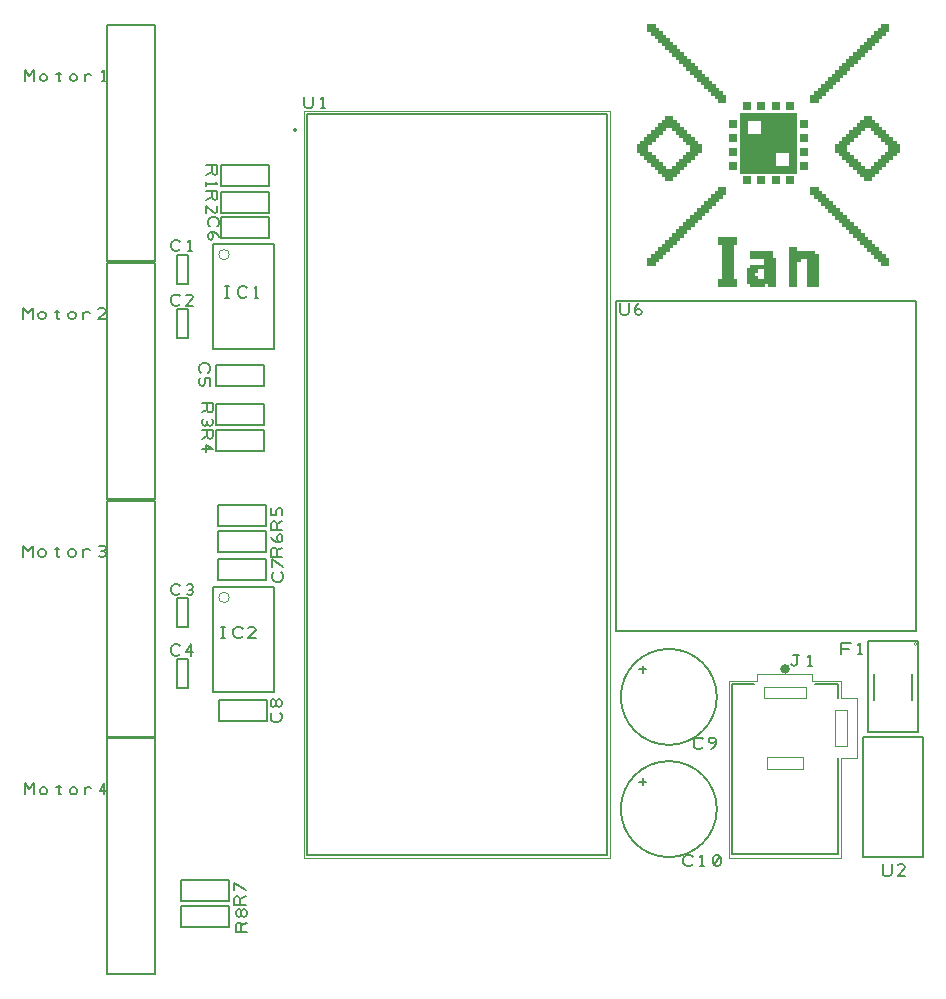
<source format=gbr>
G04 DesignSpark PCB Gerber Version 10.0 Build 5299*
G04 #@! TF.Part,Single*
G04 #@! TF.FileFunction,Legend,Top*
G04 #@! TF.FilePolarity,Positive*
%FSLAX35Y35*%
%MOIN*%
%ADD21C,0.00001*%
%ADD96C,0.00000*%
%ADD94C,0.00197*%
%ADD20C,0.00500*%
%ADD95C,0.00787*%
%ADD93C,0.00800*%
%ADD97C,0.01575*%
G04 #@! TD.AperFunction*
X0Y0D02*
D02*
D20*
X1584Y180179D02*
Y183929D01*
X3147Y182054D01*
X4709Y183929D01*
Y180179D01*
X6584Y181117D02*
X6897Y180492D01*
X7522Y180179D01*
X8147D01*
X8772Y180492D01*
X9084Y181117D01*
Y181742D01*
X8772Y182367D01*
X8147Y182679D01*
X7522D01*
X6897Y182367D01*
X6584Y181742D01*
Y181117D01*
X12105Y182679D02*
X13563D01*
X12834Y183304D02*
Y180492D01*
X13147Y180179D01*
X13459D01*
X13772Y180492D01*
X16584Y181117D02*
X16897Y180492D01*
X17522Y180179D01*
X18147D01*
X18772Y180492D01*
X19084Y181117D01*
Y181742D01*
X18772Y182367D01*
X18147Y182679D01*
X17522D01*
X16897Y182367D01*
X16584Y181742D01*
Y181117D01*
X21584Y180179D02*
Y182679D01*
Y181742D02*
X21897Y182367D01*
X22522Y182679D01*
X23147D01*
X23772Y182367D01*
X26897Y180492D02*
X27522Y180179D01*
X28147D01*
X28772Y180492D01*
X29084Y181117D01*
X28772Y181742D01*
X28147Y182054D01*
X27522D01*
X28147D02*
X28772Y182367D01*
X29084Y182992D01*
X28772Y183617D01*
X28147Y183929D01*
X27522D01*
X26897Y183617D01*
X1584Y259411D02*
Y263161D01*
X3147Y261287D01*
X4709Y263161D01*
Y259411D01*
X6584Y260349D02*
X6897Y259724D01*
X7522Y259411D01*
X8147D01*
X8772Y259724D01*
X9084Y260349D01*
Y260974D01*
X8772Y261599D01*
X8147Y261911D01*
X7522D01*
X6897Y261599D01*
X6584Y260974D01*
Y260349D01*
X12105Y261911D02*
X13563D01*
X12834Y262537D02*
Y259724D01*
X13147Y259411D01*
X13459D01*
X13772Y259724D01*
X16584Y260349D02*
X16897Y259724D01*
X17522Y259411D01*
X18147D01*
X18772Y259724D01*
X19084Y260349D01*
Y260974D01*
X18772Y261599D01*
X18147Y261911D01*
X17522D01*
X16897Y261599D01*
X16584Y260974D01*
Y260349D01*
X21584Y259411D02*
Y261911D01*
Y260974D02*
X21897Y261599D01*
X22522Y261911D01*
X23147D01*
X23772Y261599D01*
X29084Y259411D02*
X26584D01*
X28772Y261599D01*
X29084Y262224D01*
X28772Y262849D01*
X28147Y263161D01*
X27209D01*
X26584Y262849D01*
X2076Y100947D02*
Y104697D01*
X3639Y102822D01*
X5202Y104697D01*
Y100947D01*
X7076Y101885D02*
X7389Y101259D01*
X8014Y100947D01*
X8639D01*
X9264Y101259D01*
X9576Y101885D01*
Y102509D01*
X9264Y103135D01*
X8639Y103447D01*
X8014D01*
X7389Y103135D01*
X7076Y102509D01*
Y101885D01*
X12597Y103447D02*
X14056D01*
X13326Y104072D02*
Y101259D01*
X13639Y100947D01*
X13952D01*
X14264Y101259D01*
X17076Y101885D02*
X17389Y101259D01*
X18014Y100947D01*
X18639D01*
X19264Y101259D01*
X19576Y101885D01*
Y102509D01*
X19264Y103135D01*
X18639Y103447D01*
X18014D01*
X17389Y103135D01*
X17076Y102509D01*
Y101885D01*
X22076Y100947D02*
Y103447D01*
Y102509D02*
X22389Y103135D01*
X23014Y103447D01*
X23639D01*
X24264Y103135D01*
X28639Y100947D02*
Y104697D01*
X27076Y102197D01*
X29576D01*
X2076Y338644D02*
Y342394D01*
X3639Y340519D01*
X5202Y342394D01*
Y338644D01*
X7076Y339581D02*
X7389Y338956D01*
X8014Y338644D01*
X8639D01*
X9264Y338956D01*
X9576Y339581D01*
Y340206D01*
X9264Y340831D01*
X8639Y341144D01*
X8014D01*
X7389Y340831D01*
X7076Y340206D01*
Y339581D01*
X12597Y341144D02*
X14056D01*
X13326Y341769D02*
Y338956D01*
X13639Y338644D01*
X13952D01*
X14264Y338956D01*
X17076Y339581D02*
X17389Y338956D01*
X18014Y338644D01*
X18639D01*
X19264Y338956D01*
X19576Y339581D01*
Y340206D01*
X19264Y340831D01*
X18639Y341144D01*
X18014D01*
X17389Y340831D01*
X17076Y340206D01*
Y339581D01*
X22076Y338644D02*
Y341144D01*
Y340206D02*
X22389Y340831D01*
X23014Y341144D01*
X23639D01*
X24264Y340831D01*
X27702Y338644D02*
X28952D01*
X28326D02*
Y342394D01*
X27702Y341769D01*
X29635Y40954D02*
X45383D01*
Y119694D01*
X29635D01*
Y40954D01*
Y120187D02*
X45383D01*
Y198927D01*
X29635D01*
Y120187D01*
Y199419D02*
X45383D01*
Y278159D01*
X29635D01*
Y199419D01*
Y278651D02*
X45383D01*
Y357391D01*
X29635D01*
Y278651D01*
X53922Y147832D02*
X53609Y147519D01*
X52984Y147207D01*
X52047D01*
X51422Y147519D01*
X51109Y147832D01*
X50797Y148457D01*
Y149707D01*
X51109Y150332D01*
X51422Y150644D01*
X52047Y150957D01*
X52984D01*
X53609Y150644D01*
X53922Y150332D01*
X57359Y147207D02*
Y150957D01*
X55797Y148457D01*
X58297D01*
X53922Y168009D02*
X53609Y167696D01*
X52984Y167384D01*
X52047D01*
X51422Y167696D01*
X51109Y168009D01*
X50797Y168634D01*
Y169884D01*
X51109Y170509D01*
X51422Y170822D01*
X52047Y171134D01*
X52984D01*
X53609Y170822D01*
X53922Y170509D01*
X56109Y167696D02*
X56734Y167384D01*
X57359D01*
X57984Y167696D01*
X58297Y168322D01*
X57984Y168946D01*
X57359Y169259D01*
X56734D01*
X57359D02*
X57984Y169572D01*
X58297Y170196D01*
X57984Y170822D01*
X57359Y171134D01*
X56734D01*
X56109Y170822D01*
X53922Y264466D02*
X53609Y264153D01*
X52984Y263841D01*
X52047D01*
X51422Y264153D01*
X51109Y264466D01*
X50797Y265091D01*
Y266341D01*
X51109Y266966D01*
X51422Y267278D01*
X52047Y267591D01*
X52984D01*
X53609Y267278D01*
X53922Y266966D01*
X58297Y263841D02*
X55797D01*
X57984Y266028D01*
X58297Y266653D01*
X57984Y267278D01*
X57359Y267591D01*
X56422D01*
X55797Y267278D01*
X53922Y282674D02*
X53609Y282362D01*
X52984Y282049D01*
X52047D01*
X51422Y282362D01*
X51109Y282674D01*
X50797Y283299D01*
Y284549D01*
X51109Y285174D01*
X51422Y285487D01*
X52047Y285799D01*
X52984D01*
X53609Y285487D01*
X53922Y285174D01*
X56422Y282049D02*
X57672D01*
X57047D02*
Y285799D01*
X56422Y285174D01*
X54116Y56647D02*
X70116D01*
Y63647D01*
X54116D01*
Y56647D01*
Y65506D02*
X70116D01*
Y72506D01*
X54116D01*
Y65506D01*
X56486Y253133D02*
X52686D01*
Y262733D01*
X56486D01*
Y253133D01*
X56535Y271095D02*
X52735D01*
Y280695D01*
X56535D01*
Y271095D01*
X56634Y136548D02*
X52834D01*
Y146148D01*
X56634D01*
Y136548D01*
Y156725D02*
X52834D01*
Y166325D01*
X56634D01*
Y156725D01*
X60726Y241569D02*
X60413Y241882D01*
X60100Y242507D01*
Y243444D01*
X60413Y244069D01*
X60726Y244382D01*
X61350Y244694D01*
X62600D01*
X63226Y244382D01*
X63538Y244069D01*
X63850Y243444D01*
Y242507D01*
X63538Y241882D01*
X63226Y241569D01*
X60413Y239694D02*
X60100Y239069D01*
Y238132D01*
X60413Y237507D01*
X61038Y237194D01*
X61350D01*
X61976Y237507D01*
X62288Y238132D01*
Y239694D01*
X63850D01*
Y237194D01*
X61085Y222549D02*
X64835D01*
Y220361D01*
X64522Y219736D01*
X63897Y219424D01*
X63272Y219736D01*
X62960Y220361D01*
Y222549D01*
Y220361D02*
X61085Y219424D01*
Y215986D02*
X64835D01*
X62335Y217549D01*
Y215049D01*
X61085Y231407D02*
X64835D01*
Y229220D01*
X64522Y228594D01*
X63897Y228282D01*
X63272Y228594D01*
X62960Y229220D01*
Y231407D01*
Y229220D02*
X61085Y228282D01*
X61397Y226094D02*
X61085Y225470D01*
Y224844D01*
X61397Y224220D01*
X62022Y223907D01*
X62647Y224220D01*
X62960Y224844D01*
Y225470D01*
Y224844D02*
X63272Y224220D01*
X63897Y223907D01*
X64522Y224220D01*
X64835Y224844D01*
Y225470D01*
X64522Y226094D01*
X62561Y302273D02*
X66311D01*
Y300086D01*
X65999Y299461D01*
X65374Y299148D01*
X64749Y299461D01*
X64436Y300086D01*
Y302273D01*
Y300086D02*
X62561Y299148D01*
Y294773D02*
Y297273D01*
X64749Y295086D01*
X65374Y294773D01*
X65999Y295086D01*
X66311Y295711D01*
Y296648D01*
X65999Y297273D01*
X62561Y310639D02*
X66311D01*
Y308452D01*
X65999Y307827D01*
X65374Y307514D01*
X64749Y307827D01*
X64436Y308452D01*
Y310639D01*
Y308452D02*
X62561Y307514D01*
Y305014D02*
Y303764D01*
Y304389D02*
X66311D01*
X65686Y305014D01*
X63678Y290290D02*
X63366Y290602D01*
X63053Y291228D01*
Y292165D01*
X63366Y292790D01*
X63678Y293102D01*
X64303Y293415D01*
X65553D01*
X66178Y293102D01*
X66491Y292790D01*
X66803Y292165D01*
Y291228D01*
X66491Y290602D01*
X66178Y290290D01*
X63991Y288415D02*
X64616Y288102D01*
X64928Y287478D01*
Y286852D01*
X64616Y286228D01*
X63991Y285915D01*
X63366Y286228D01*
X63053Y286852D01*
Y287478D01*
X63366Y288102D01*
X63991Y288415D01*
X64928D01*
X65866Y288102D01*
X66491Y287478D01*
X66803Y286852D01*
X65927Y237257D02*
X81927D01*
Y244257D01*
X65927D01*
Y237257D01*
X66419Y181647D02*
X82419D01*
Y188647D01*
X66419D01*
Y181647D01*
Y190506D02*
X82419D01*
Y197506D01*
X66419D01*
Y190506D01*
X67482Y153112D02*
X68732D01*
X68107D02*
Y156862D01*
X67482D02*
X68732D01*
X74670Y153737D02*
X74357Y153425D01*
X73732Y153112D01*
X72795D01*
X72170Y153425D01*
X71857Y153737D01*
X71545Y154362D01*
Y155612D01*
X71857Y156237D01*
X72170Y156550D01*
X72795Y156862D01*
X73732D01*
X74357Y156550D01*
X74670Y156237D01*
X79045Y153112D02*
X76545D01*
X78732Y155300D01*
X79045Y155925D01*
X78732Y156550D01*
X78107Y156862D01*
X77170D01*
X76545Y156550D01*
X66911Y125545D02*
X82911D01*
Y132545D01*
X66911D01*
Y125545D01*
X68976Y266580D02*
X70226D01*
X69601D02*
Y270330D01*
X68976D02*
X70226D01*
X76163Y267206D02*
X75851Y266893D01*
X75226Y266580D01*
X74288D01*
X73663Y266893D01*
X73351Y267206D01*
X73038Y267830D01*
Y269080D01*
X73351Y269706D01*
X73663Y270018D01*
X74288Y270330D01*
X75226D01*
X75851Y270018D01*
X76163Y269706D01*
X78663Y266580D02*
X79913D01*
X79288D02*
Y270330D01*
X78663Y269706D01*
X75678Y64006D02*
X71928D01*
Y66193D01*
X72241Y66818D01*
X72866Y67131D01*
X73491Y66818D01*
X73803Y66193D01*
Y64006D01*
Y66193D02*
X75678Y67131D01*
Y69006D02*
X71928Y71506D01*
Y69006D01*
X76178Y55147D02*
X72428D01*
Y57335D01*
X72741Y57960D01*
X73366Y58272D01*
X73991Y57960D01*
X74303Y57335D01*
Y55147D01*
Y57335D02*
X76178Y58272D01*
X74303Y61085D02*
Y61710D01*
X73991Y62335D01*
X73366Y62647D01*
X72741Y62335D01*
X72428Y61710D01*
Y61085D01*
X72741Y60460D01*
X73366Y60147D01*
X73991Y60460D01*
X74303Y61085D01*
X74616Y60460D01*
X75241Y60147D01*
X75866Y60460D01*
X76178Y61085D01*
Y61710D01*
X75866Y62335D01*
X75241Y62647D01*
X74616Y62335D01*
X74303Y61710D01*
X81927Y222604D02*
X65927D01*
Y215604D01*
X81927D01*
Y222604D01*
Y230970D02*
X65927D01*
Y223970D01*
X81927D01*
Y230970D01*
X82419Y179297D02*
X66419D01*
Y172297D01*
X82419D01*
Y179297D01*
X83403Y301836D02*
X67403D01*
Y294836D01*
X83403D01*
Y301836D01*
Y310694D02*
X67403D01*
Y303694D01*
X83403D01*
Y310694D01*
X83584Y293470D02*
X67584D01*
Y286470D01*
X83584D01*
Y293470D01*
X87128Y128233D02*
X87441Y127920D01*
X87753Y127295D01*
Y126358D01*
X87441Y125733D01*
X87128Y125420D01*
X86503Y125108D01*
X85253D01*
X84628Y125420D01*
X84315Y125733D01*
X84003Y126358D01*
Y127295D01*
X84315Y127920D01*
X84628Y128233D01*
X85878Y131045D02*
Y131670D01*
X85565Y132295D01*
X84941Y132608D01*
X84315Y132295D01*
X84003Y131670D01*
Y131045D01*
X84315Y130420D01*
X84941Y130108D01*
X85565Y130420D01*
X85878Y131045D01*
X86191Y130420D01*
X86815Y130108D01*
X87441Y130420D01*
X87753Y131045D01*
Y131670D01*
X87441Y132295D01*
X86815Y132608D01*
X86191Y132295D01*
X85878Y131670D01*
X87981Y180147D02*
X84231D01*
Y182335D01*
X84544Y182960D01*
X85169Y183272D01*
X85794Y182960D01*
X86106Y182335D01*
Y180147D01*
Y182335D02*
X87981Y183272D01*
X87044Y185147D02*
X86419Y185460D01*
X86106Y186085D01*
Y186710D01*
X86419Y187335D01*
X87044Y187647D01*
X87669Y187335D01*
X87981Y186710D01*
Y186085D01*
X87669Y185460D01*
X87044Y185147D01*
X86106D01*
X85169Y185460D01*
X84544Y186085D01*
X84231Y186710D01*
X87981Y189006D02*
X84231D01*
Y191193D01*
X84544Y191818D01*
X85169Y192131D01*
X85794Y191818D01*
X86106Y191193D01*
Y189006D01*
Y191193D02*
X87981Y192131D01*
X87669Y194006D02*
X87981Y194631D01*
Y195568D01*
X87669Y196193D01*
X87044Y196506D01*
X86731D01*
X86106Y196193D01*
X85794Y195568D01*
Y194006D01*
X84231D01*
Y196506D01*
X87620Y174985D02*
X87933Y174672D01*
X88245Y174047D01*
Y173110D01*
X87933Y172485D01*
X87620Y172172D01*
X86995Y171860D01*
X85745D01*
X85120Y172172D01*
X84807Y172485D01*
X84495Y173110D01*
Y174047D01*
X84807Y174672D01*
X85120Y174985D01*
X88245Y176860D02*
X84495Y179360D01*
Y176860D01*
X95147Y333535D02*
Y330723D01*
X95460Y330098D01*
X96085Y329785D01*
X97335D01*
X97960Y330098D01*
X98272Y330723D01*
Y333535D01*
X100772Y329785D02*
X102022D01*
X101397D02*
Y333535D01*
X100772Y332911D01*
X96131Y80915D02*
Y327923D01*
X196131D01*
Y80915D01*
X96131D01*
X199261Y155521D02*
X299261D01*
Y265521D01*
X199261D01*
Y155521D01*
X200403Y264638D02*
Y261826D01*
X200716Y261200D01*
X201341Y260888D01*
X202591D01*
X203216Y261200D01*
X203528Y261826D01*
Y264638D01*
X205403Y261826D02*
X205716Y262450D01*
X206341Y262763D01*
X206966D01*
X207591Y262450D01*
X207903Y261826D01*
X207591Y261200D01*
X206966Y260888D01*
X206341D01*
X205716Y261200D01*
X205403Y261826D01*
Y262763D01*
X205716Y263700D01*
X206341Y264326D01*
X206966Y264638D01*
X200761Y96072D02*
G75*
G02*
X216761Y112072I16000J0D01*
G01*
G75*
G02*
X232761Y96072I0J-16000D01*
G01*
G75*
G02*
X216761Y80072I-16000J0D01*
G01*
G75*
G02*
X200761Y96072I0J16000D01*
G01*
Y133474D02*
G75*
G02*
X216761Y149474I16000J0D01*
G01*
G75*
G02*
X232761Y133474I0J-16000D01*
G01*
G75*
G02*
X216761Y117474I-16000J0D01*
G01*
G75*
G02*
X200761Y133474I0J16000D01*
G01*
X206761Y105260D02*
X209261D01*
X208011Y104010D02*
Y106510D01*
X206761Y142661D02*
X209261D01*
X208011Y141411D02*
Y143911D01*
X224690Y77635D02*
X224377Y77322D01*
X223752Y77010D01*
X222815D01*
X222190Y77322D01*
X221877Y77635D01*
X221565Y78260D01*
Y79510D01*
X221877Y80135D01*
X222190Y80448D01*
X222815Y80760D01*
X223752D01*
X224377Y80448D01*
X224690Y80135D01*
X227190Y77010D02*
X228440D01*
X227815D02*
Y80760D01*
X227190Y80135D01*
X231877Y77322D02*
X232502Y77010D01*
X233127D01*
X233752Y77322D01*
X234065Y77948D01*
Y79822D01*
X233752Y80448D01*
X233127Y80760D01*
X232502D01*
X231877Y80448D01*
X231565Y79822D01*
Y77948D01*
X231877Y77322D01*
X233752Y80448D01*
X228135Y116808D02*
X227822Y116496D01*
X227197Y116183D01*
X226259D01*
X225635Y116496D01*
X225322Y116808D01*
X225009Y117433D01*
Y118683D01*
X225322Y119308D01*
X225635Y119621D01*
X226259Y119933D01*
X227197D01*
X227822Y119621D01*
X228135Y119308D01*
X230947Y116183D02*
X231572Y116496D01*
X232197Y117121D01*
X232509Y118058D01*
Y118996D01*
X232197Y119621D01*
X231572Y119933D01*
X230947D01*
X230322Y119621D01*
X230009Y118996D01*
X230322Y118371D01*
X230947Y118058D01*
X231572D01*
X232197Y118371D01*
X232509Y118996D01*
X245088Y137706D02*
X237805D01*
Y81013D01*
X273238D01*
Y113100D01*
X257490Y144387D02*
X257802Y144074D01*
X258427Y143762D01*
X259052Y144074D01*
X259365Y144387D01*
Y147512D01*
X259990D01*
X259365D02*
X258115D01*
X263115Y143762D02*
X264365D01*
X263740D02*
Y147512D01*
X263115Y146887D01*
X273238Y133179D02*
Y137706D01*
X265561D01*
X274222Y147699D02*
Y151449D01*
X277347D01*
X276722Y149574D02*
X274222D01*
X279847Y147699D02*
X281097D01*
X280472D02*
Y151449D01*
X279847Y150824D01*
X285147Y132588D02*
Y141250D01*
X288002Y77630D02*
Y74818D01*
X288314Y74193D01*
X288939Y73880D01*
X290189D01*
X290814Y74193D01*
X291127Y74818D01*
Y77630D01*
X295502Y73880D02*
X293002D01*
X295189Y76068D01*
X295502Y76693D01*
X295189Y77318D01*
X294564Y77630D01*
X293627D01*
X293002Y77318D01*
X297746Y141250D02*
Y132588D01*
X299714Y152076D02*
X283179D01*
Y121761D01*
X299714D01*
Y152076D01*
X301446Y120167D02*
X281446D01*
Y80167D01*
X301446D01*
Y120167D01*
D02*
D21*
X68513Y164902D02*
G75*
G03*
Y168384I0J1741D01*
G01*
G75*
G03*
Y164902I0J-1741D01*
G01*
Y279154D02*
G75*
G03*
Y282636I0J1741D01*
G01*
G75*
G03*
Y279154I0J-1741D01*
G01*
X206112Y315265D02*
X209655D01*
Y316446D01*
X206112D01*
Y315265D01*
G36*
X206112Y315265D02*
X209655D01*
Y316446D01*
X206112D01*
Y315265D01*
G37*
Y316446D02*
X209655D01*
Y317628D01*
X206112D01*
Y316446D01*
G36*
X206112Y316446D02*
X209655D01*
Y317628D01*
X206112D01*
Y316446D01*
G37*
X207293Y314084D02*
X210836D01*
Y315265D01*
X207293D01*
Y314084D01*
G36*
X207293Y314084D02*
X210836D01*
Y315265D01*
X207293D01*
Y314084D01*
G37*
Y317628D02*
X210836D01*
Y318809D01*
X207293D01*
Y317628D01*
G36*
X207293Y317628D02*
X210836D01*
Y318809D01*
X207293D01*
Y317628D01*
G37*
X208474Y312903D02*
X212017D01*
Y314084D01*
X208474D01*
Y312903D01*
G36*
X208474Y312903D02*
X212017D01*
Y314084D01*
X208474D01*
Y312903D01*
G37*
Y318809D02*
X212017D01*
Y319990D01*
X208474D01*
Y318809D01*
G36*
X208474Y318809D02*
X212017D01*
Y319990D01*
X208474D01*
Y318809D01*
G37*
X209655Y277470D02*
X212017D01*
Y278651D01*
X209655D01*
Y277470D01*
G36*
X209655Y277470D02*
X212017D01*
Y278651D01*
X209655D01*
Y277470D01*
G37*
Y278651D02*
X213198D01*
Y279832D01*
X209655D01*
Y278651D01*
G36*
X209655Y278651D02*
X213198D01*
Y279832D01*
X209655D01*
Y278651D01*
G37*
Y311722D02*
X213198D01*
Y312903D01*
X209655D01*
Y311722D01*
G36*
X209655Y311722D02*
X213198D01*
Y312903D01*
X209655D01*
Y311722D01*
G37*
Y319990D02*
X213198D01*
Y321171D01*
X209655D01*
Y319990D01*
G36*
X209655Y319990D02*
X213198D01*
Y321171D01*
X209655D01*
Y319990D01*
G37*
Y355423D02*
X213198D01*
Y356604D01*
X209655D01*
Y355423D01*
G36*
X209655Y355423D02*
X213198D01*
Y356604D01*
X209655D01*
Y355423D01*
G37*
Y356604D02*
X212017D01*
Y357785D01*
X209655D01*
Y356604D01*
G36*
X209655Y356604D02*
X212017D01*
Y357785D01*
X209655D01*
Y356604D01*
G37*
X210836Y279832D02*
X214380D01*
Y281013D01*
X210836D01*
Y279832D01*
G36*
X210836Y279832D02*
X214380D01*
Y281013D01*
X210836D01*
Y279832D01*
G37*
Y310541D02*
X214380D01*
Y311722D01*
X210836D01*
Y310541D01*
G36*
X210836Y310541D02*
X214380D01*
Y311722D01*
X210836D01*
Y310541D01*
G37*
Y321171D02*
X214380D01*
Y322352D01*
X210836D01*
Y321171D01*
G36*
X210836Y321171D02*
X214380D01*
Y322352D01*
X210836D01*
Y321171D01*
G37*
Y354242D02*
X214380D01*
Y355423D01*
X210836D01*
Y354242D01*
G36*
X210836Y354242D02*
X214380D01*
Y355423D01*
X210836D01*
Y354242D01*
G37*
X212017Y281013D02*
X215561D01*
Y282194D01*
X212017D01*
Y281013D01*
G36*
X212017Y281013D02*
X215561D01*
Y282194D01*
X212017D01*
Y281013D01*
G37*
Y309360D02*
X215561D01*
Y310541D01*
X212017D01*
Y309360D01*
G36*
X212017Y309360D02*
X215561D01*
Y310541D01*
X212017D01*
Y309360D01*
G37*
Y322352D02*
X215561D01*
Y323533D01*
X212017D01*
Y322352D01*
G36*
X212017Y322352D02*
X215561D01*
Y323533D01*
X212017D01*
Y322352D01*
G37*
Y353061D02*
X215561D01*
Y354242D01*
X212017D01*
Y353061D01*
G36*
X212017Y353061D02*
X215561D01*
Y354242D01*
X212017D01*
Y353061D01*
G37*
X213198Y282194D02*
X216742D01*
Y283376D01*
X213198D01*
Y282194D01*
G36*
X213198Y282194D02*
X216742D01*
Y283376D01*
X213198D01*
Y282194D01*
G37*
Y308179D02*
X220285D01*
Y309360D01*
X213198D01*
Y308179D01*
G36*
X213198Y308179D02*
X220285D01*
Y309360D01*
X213198D01*
Y308179D01*
G37*
Y323533D02*
X220285D01*
Y324714D01*
X213198D01*
Y323533D01*
G36*
X213198Y323533D02*
X220285D01*
Y324714D01*
X213198D01*
Y323533D01*
G37*
Y351880D02*
X216742D01*
Y353061D01*
X213198D01*
Y351880D01*
G36*
X213198Y351880D02*
X216742D01*
Y353061D01*
X213198D01*
Y351880D01*
G37*
X214380Y283376D02*
X217923D01*
Y284557D01*
X214380D01*
Y283376D01*
G36*
X214380Y283376D02*
X217923D01*
Y284557D01*
X214380D01*
Y283376D01*
G37*
Y306998D02*
X219104D01*
Y308179D01*
X214380D01*
Y306998D01*
G36*
X214380Y306998D02*
X219104D01*
Y308179D01*
X214380D01*
Y306998D01*
G37*
Y324714D02*
X219104D01*
Y325895D01*
X214380D01*
Y324714D01*
G36*
X214380Y324714D02*
X219104D01*
Y325895D01*
X214380D01*
Y324714D01*
G37*
Y350698D02*
X217923D01*
Y351880D01*
X214380D01*
Y350698D01*
G36*
X214380Y350698D02*
X217923D01*
Y351880D01*
X214380D01*
Y350698D01*
G37*
X215561Y284557D02*
X219104D01*
Y285738D01*
X215561D01*
Y284557D01*
G36*
X215561Y284557D02*
X219104D01*
Y285738D01*
X215561D01*
Y284557D01*
G37*
Y305817D02*
X217923D01*
Y306998D01*
X215561D01*
Y305817D01*
G36*
X215561Y305817D02*
X217923D01*
Y306998D01*
X215561D01*
Y305817D01*
G37*
Y325895D02*
X217923D01*
Y327076D01*
X215561D01*
Y325895D01*
G36*
X215561Y325895D02*
X217923D01*
Y327076D01*
X215561D01*
Y325895D01*
G37*
Y349517D02*
X219104D01*
Y350698D01*
X215561D01*
Y349517D01*
G36*
X215561Y349517D02*
X219104D01*
Y350698D01*
X215561D01*
Y349517D01*
G37*
X216742Y285738D02*
X220285D01*
Y286919D01*
X216742D01*
Y285738D01*
G36*
X216742Y285738D02*
X220285D01*
Y286919D01*
X216742D01*
Y285738D01*
G37*
Y348336D02*
X220285D01*
Y349517D01*
X216742D01*
Y348336D01*
G36*
X216742Y348336D02*
X220285D01*
Y349517D01*
X216742D01*
Y348336D01*
G37*
X217923Y286919D02*
X221466D01*
Y288100D01*
X217923D01*
Y286919D01*
G36*
X217923Y286919D02*
X221466D01*
Y288100D01*
X217923D01*
Y286919D01*
G37*
Y309360D02*
X221466D01*
Y310541D01*
X217923D01*
Y309360D01*
G36*
X217923Y309360D02*
X221466D01*
Y310541D01*
X217923D01*
Y309360D01*
G37*
Y322352D02*
X221466D01*
Y323533D01*
X217923D01*
Y322352D01*
G36*
X217923Y322352D02*
X221466D01*
Y323533D01*
X217923D01*
Y322352D01*
G37*
Y347155D02*
X221466D01*
Y348336D01*
X217923D01*
Y347155D01*
G36*
X217923Y347155D02*
X221466D01*
Y348336D01*
X217923D01*
Y347155D01*
G37*
X219104Y288100D02*
X222647D01*
Y289281D01*
X219104D01*
Y288100D01*
G36*
X219104Y288100D02*
X222647D01*
Y289281D01*
X219104D01*
Y288100D01*
G37*
Y310541D02*
X222647D01*
Y311722D01*
X219104D01*
Y310541D01*
G36*
X219104Y310541D02*
X222647D01*
Y311722D01*
X219104D01*
Y310541D01*
G37*
Y321171D02*
X222647D01*
Y322352D01*
X219104D01*
Y321171D01*
G36*
X219104Y321171D02*
X222647D01*
Y322352D01*
X219104D01*
Y321171D01*
G37*
Y345974D02*
X222647D01*
Y347155D01*
X219104D01*
Y345974D01*
G36*
X219104Y345974D02*
X222647D01*
Y347155D01*
X219104D01*
Y345974D01*
G37*
X220285Y289281D02*
X223828D01*
Y290462D01*
X220285D01*
Y289281D01*
G36*
X220285Y289281D02*
X223828D01*
Y290462D01*
X220285D01*
Y289281D01*
G37*
Y311722D02*
X223828D01*
Y312903D01*
X220285D01*
Y311722D01*
G36*
X220285Y311722D02*
X223828D01*
Y312903D01*
X220285D01*
Y311722D01*
G37*
Y319990D02*
X223828D01*
Y321171D01*
X220285D01*
Y319990D01*
G36*
X220285Y319990D02*
X223828D01*
Y321171D01*
X220285D01*
Y319990D01*
G37*
Y344793D02*
X223828D01*
Y345974D01*
X220285D01*
Y344793D01*
G36*
X220285Y344793D02*
X223828D01*
Y345974D01*
X220285D01*
Y344793D01*
G37*
X221466Y290462D02*
X225009D01*
Y291643D01*
X221466D01*
Y290462D01*
G36*
X221466Y290462D02*
X225009D01*
Y291643D01*
X221466D01*
Y290462D01*
G37*
Y312903D02*
X225009D01*
Y314084D01*
X221466D01*
Y312903D01*
G36*
X221466Y312903D02*
X225009D01*
Y314084D01*
X221466D01*
Y312903D01*
G37*
Y318809D02*
X225009D01*
Y319990D01*
X221466D01*
Y318809D01*
G36*
X221466Y318809D02*
X225009D01*
Y319990D01*
X221466D01*
Y318809D01*
G37*
Y343612D02*
X225009D01*
Y344793D01*
X221466D01*
Y343612D01*
G36*
X221466Y343612D02*
X225009D01*
Y344793D01*
X221466D01*
Y343612D01*
G37*
X222647Y291643D02*
X226191D01*
Y292824D01*
X222647D01*
Y291643D01*
G36*
X222647Y291643D02*
X226191D01*
Y292824D01*
X222647D01*
Y291643D01*
G37*
Y314084D02*
X226191D01*
Y315265D01*
X222647D01*
Y314084D01*
G36*
X222647Y314084D02*
X226191D01*
Y315265D01*
X222647D01*
Y314084D01*
G37*
Y317628D02*
X226191D01*
Y318809D01*
X222647D01*
Y317628D01*
G36*
X222647Y317628D02*
X226191D01*
Y318809D01*
X222647D01*
Y317628D01*
G37*
Y342431D02*
X226191D01*
Y343612D01*
X222647D01*
Y342431D01*
G36*
X222647Y342431D02*
X226191D01*
Y343612D01*
X222647D01*
Y342431D01*
G37*
X223828Y292824D02*
X227372D01*
Y294006D01*
X223828D01*
Y292824D01*
G36*
X223828Y292824D02*
X227372D01*
Y294006D01*
X223828D01*
Y292824D01*
G37*
Y315265D02*
X227372D01*
Y316446D01*
X223828D01*
Y315265D01*
G36*
X223828Y315265D02*
X227372D01*
Y316446D01*
X223828D01*
Y315265D01*
G37*
Y316446D02*
X227372D01*
Y317628D01*
X223828D01*
Y316446D01*
G36*
X223828Y316446D02*
X227372D01*
Y317628D01*
X223828D01*
Y316446D01*
G37*
Y341250D02*
X227372D01*
Y342431D01*
X223828D01*
Y341250D01*
G36*
X223828Y341250D02*
X227372D01*
Y342431D01*
X223828D01*
Y341250D01*
G37*
X225009Y294006D02*
X228553D01*
Y295187D01*
X225009D01*
Y294006D01*
G36*
X225009Y294006D02*
X228553D01*
Y295187D01*
X225009D01*
Y294006D01*
G37*
Y340069D02*
X228553D01*
Y341250D01*
X225009D01*
Y340069D01*
G36*
X225009Y340069D02*
X228553D01*
Y341250D01*
X225009D01*
Y340069D01*
G37*
X226191Y295187D02*
X229734D01*
Y296368D01*
X226191D01*
Y295187D01*
G36*
X226191Y295187D02*
X229734D01*
Y296368D01*
X226191D01*
Y295187D01*
G37*
Y338887D02*
X229734D01*
Y340069D01*
X226191D01*
Y338887D01*
G36*
X226191Y338887D02*
X229734D01*
Y340069D01*
X226191D01*
Y338887D01*
G37*
X227372Y296368D02*
X230915D01*
Y297549D01*
X227372D01*
Y296368D01*
G36*
X227372Y296368D02*
X230915D01*
Y297549D01*
X227372D01*
Y296368D01*
G37*
Y337706D02*
X230915D01*
Y338887D01*
X227372D01*
Y337706D01*
G36*
X227372Y337706D02*
X230915D01*
Y338887D01*
X227372D01*
Y337706D01*
G37*
X228553Y297549D02*
X232096D01*
Y298730D01*
X228553D01*
Y297549D01*
G36*
X228553Y297549D02*
X232096D01*
Y298730D01*
X228553D01*
Y297549D01*
G37*
Y336525D02*
X232096D01*
Y337706D01*
X228553D01*
Y336525D01*
G36*
X228553Y336525D02*
X232096D01*
Y337706D01*
X228553D01*
Y336525D01*
G37*
X229734Y298730D02*
X233277D01*
Y299911D01*
X229734D01*
Y298730D01*
G36*
X229734Y298730D02*
X233277D01*
Y299911D01*
X229734D01*
Y298730D01*
G37*
Y335344D02*
X233277D01*
Y336525D01*
X229734D01*
Y335344D01*
G36*
X229734Y335344D02*
X233277D01*
Y336525D01*
X229734D01*
Y335344D01*
G37*
X230915Y299911D02*
X234458D01*
Y301092D01*
X230915D01*
Y299911D01*
G36*
X230915Y299911D02*
X234458D01*
Y301092D01*
X230915D01*
Y299911D01*
G37*
Y334163D02*
X234458D01*
Y335344D01*
X230915D01*
Y334163D01*
G36*
X230915Y334163D02*
X234458D01*
Y335344D01*
X230915D01*
Y334163D01*
G37*
X232096Y301092D02*
X235639D01*
Y302273D01*
X232096D01*
Y301092D01*
G36*
X232096Y301092D02*
X235639D01*
Y302273D01*
X232096D01*
Y301092D01*
G37*
Y332982D02*
X235639D01*
Y334163D01*
X232096D01*
Y332982D01*
G36*
X232096Y332982D02*
X235639D01*
Y334163D01*
X232096D01*
Y332982D01*
G37*
X233277Y270383D02*
X239183D01*
Y271565D01*
X233277D01*
Y270383D01*
G36*
X233277Y270383D02*
X239183D01*
Y271565D01*
X233277D01*
Y270383D01*
G37*
Y271565D02*
X239183D01*
Y272746D01*
X233277D01*
Y271565D01*
G36*
X233277Y271565D02*
X239183D01*
Y272746D01*
X233277D01*
Y271565D01*
G37*
Y284557D02*
X239183D01*
Y285738D01*
X233277D01*
Y284557D01*
G36*
X233277Y284557D02*
X239183D01*
Y285738D01*
X233277D01*
Y284557D01*
G37*
Y285738D02*
X239183D01*
Y286919D01*
X233277D01*
Y285738D01*
G36*
X233277Y285738D02*
X239183D01*
Y286919D01*
X233277D01*
Y285738D01*
G37*
Y302273D02*
X235639D01*
Y303454D01*
X233277D01*
Y302273D01*
G36*
X233277Y302273D02*
X235639D01*
Y303454D01*
X233277D01*
Y302273D01*
G37*
Y331801D02*
X235639D01*
Y332982D01*
X233277D01*
Y331801D01*
G36*
X233277Y331801D02*
X235639D01*
Y332982D01*
X233277D01*
Y331801D01*
G37*
X234458Y272746D02*
X238002D01*
Y273927D01*
X234458D01*
Y272746D01*
G36*
X234458Y272746D02*
X238002D01*
Y273927D01*
X234458D01*
Y272746D01*
G37*
Y273927D02*
X238002D01*
Y275108D01*
X234458D01*
Y273927D01*
G36*
X234458Y273927D02*
X238002D01*
Y275108D01*
X234458D01*
Y273927D01*
G37*
Y275108D02*
X238002D01*
Y276289D01*
X234458D01*
Y275108D01*
G36*
X234458Y275108D02*
X238002D01*
Y276289D01*
X234458D01*
Y275108D01*
G37*
Y276289D02*
X238002D01*
Y277470D01*
X234458D01*
Y276289D01*
G36*
X234458Y276289D02*
X238002D01*
Y277470D01*
X234458D01*
Y276289D01*
G37*
Y277470D02*
X238002D01*
Y278651D01*
X234458D01*
Y277470D01*
G36*
X234458Y277470D02*
X238002D01*
Y278651D01*
X234458D01*
Y277470D01*
G37*
Y278651D02*
X238002D01*
Y279832D01*
X234458D01*
Y278651D01*
G36*
X234458Y278651D02*
X238002D01*
Y279832D01*
X234458D01*
Y278651D01*
G37*
Y279832D02*
X238002D01*
Y281013D01*
X234458D01*
Y279832D01*
G36*
X234458Y279832D02*
X238002D01*
Y281013D01*
X234458D01*
Y279832D01*
G37*
Y281013D02*
X238002D01*
Y282194D01*
X234458D01*
Y281013D01*
G36*
X234458Y281013D02*
X238002D01*
Y282194D01*
X234458D01*
Y281013D01*
G37*
Y282194D02*
X238002D01*
Y283376D01*
X234458D01*
Y282194D01*
G36*
X234458Y282194D02*
X238002D01*
Y283376D01*
X234458D01*
Y282194D01*
G37*
Y283376D02*
X238002D01*
Y284557D01*
X234458D01*
Y283376D01*
G36*
X234458Y283376D02*
X238002D01*
Y284557D01*
X234458D01*
Y283376D01*
G37*
X236820Y309360D02*
X239183D01*
Y310541D01*
X236820D01*
Y309360D01*
G36*
X236820Y309360D02*
X239183D01*
Y310541D01*
X236820D01*
Y309360D01*
G37*
Y310541D02*
X239183D01*
Y311722D01*
X236820D01*
Y310541D01*
G36*
X236820Y310541D02*
X239183D01*
Y311722D01*
X236820D01*
Y310541D01*
G37*
Y314084D02*
X239183D01*
Y315265D01*
X236820D01*
Y314084D01*
G36*
X236820Y314084D02*
X239183D01*
Y315265D01*
X236820D01*
Y314084D01*
G37*
Y315265D02*
X239183D01*
Y316446D01*
X236820D01*
Y315265D01*
G36*
X236820Y315265D02*
X239183D01*
Y316446D01*
X236820D01*
Y315265D01*
G37*
Y318809D02*
X239183D01*
Y319990D01*
X236820D01*
Y318809D01*
G36*
X236820Y318809D02*
X239183D01*
Y319990D01*
X236820D01*
Y318809D01*
G37*
Y319990D02*
X239183D01*
Y321171D01*
X236820D01*
Y319990D01*
G36*
X236820Y319990D02*
X239183D01*
Y321171D01*
X236820D01*
Y319990D01*
G37*
Y323533D02*
X239183D01*
Y324714D01*
X236820D01*
Y323533D01*
G36*
X236820Y323533D02*
X239183D01*
Y324714D01*
X236820D01*
Y323533D01*
G37*
Y324714D02*
X239183D01*
Y325895D01*
X236820D01*
Y324714D01*
G36*
X236820Y324714D02*
X239183D01*
Y325895D01*
X236820D01*
Y324714D01*
G37*
X240364Y308179D02*
X259261D01*
Y309360D01*
X240364D01*
Y308179D01*
G36*
X240364Y308179D02*
X259261D01*
Y309360D01*
X240364D01*
Y308179D01*
G37*
Y309360D02*
X259261D01*
Y310541D01*
X240364D01*
Y309360D01*
G36*
X240364Y309360D02*
X259261D01*
Y310541D01*
X240364D01*
Y309360D01*
G37*
Y310541D02*
X252175D01*
Y311722D01*
X240364D01*
Y310541D01*
G36*
X240364Y310541D02*
X252175D01*
Y311722D01*
X240364D01*
Y310541D01*
G37*
Y311722D02*
X252175D01*
Y312903D01*
X240364D01*
Y311722D01*
G36*
X240364Y311722D02*
X252175D01*
Y312903D01*
X240364D01*
Y311722D01*
G37*
Y312903D02*
X252175D01*
Y314084D01*
X240364D01*
Y312903D01*
G36*
X240364Y312903D02*
X252175D01*
Y314084D01*
X240364D01*
Y312903D01*
G37*
Y314084D02*
X252175D01*
Y315265D01*
X240364D01*
Y314084D01*
G36*
X240364Y314084D02*
X252175D01*
Y315265D01*
X240364D01*
Y314084D01*
G37*
Y315265D02*
X259261D01*
Y316446D01*
X240364D01*
Y315265D01*
G36*
X240364Y315265D02*
X259261D01*
Y316446D01*
X240364D01*
Y315265D01*
G37*
Y316446D02*
X259261D01*
Y317628D01*
X240364D01*
Y316446D01*
G36*
X240364Y316446D02*
X259261D01*
Y317628D01*
X240364D01*
Y316446D01*
G37*
Y317628D02*
X259261D01*
Y318809D01*
X240364D01*
Y317628D01*
G36*
X240364Y317628D02*
X259261D01*
Y318809D01*
X240364D01*
Y317628D01*
G37*
Y318809D02*
X259261D01*
Y319990D01*
X240364D01*
Y318809D01*
G36*
X240364Y318809D02*
X259261D01*
Y319990D01*
X240364D01*
Y318809D01*
G37*
Y319990D02*
X259261D01*
Y321171D01*
X240364D01*
Y319990D01*
G36*
X240364Y319990D02*
X259261D01*
Y321171D01*
X240364D01*
Y319990D01*
G37*
Y321171D02*
X242726D01*
Y322352D01*
X240364D01*
Y321171D01*
G36*
X240364Y321171D02*
X242726D01*
Y322352D01*
X240364D01*
Y321171D01*
G37*
Y322352D02*
X242726D01*
Y323533D01*
X240364D01*
Y322352D01*
G36*
X240364Y322352D02*
X242726D01*
Y323533D01*
X240364D01*
Y322352D01*
G37*
Y323533D02*
X242726D01*
Y324714D01*
X240364D01*
Y323533D01*
G36*
X240364Y323533D02*
X242726D01*
Y324714D01*
X240364D01*
Y323533D01*
G37*
Y324714D02*
X242726D01*
Y325895D01*
X240364D01*
Y324714D01*
G36*
X240364Y324714D02*
X242726D01*
Y325895D01*
X240364D01*
Y324714D01*
G37*
Y325895D02*
X259261D01*
Y327076D01*
X240364D01*
Y325895D01*
G36*
X240364Y325895D02*
X259261D01*
Y327076D01*
X240364D01*
Y325895D01*
G37*
Y327076D02*
X259261D01*
Y328257D01*
X240364D01*
Y327076D01*
G36*
X240364Y327076D02*
X259261D01*
Y328257D01*
X240364D01*
Y327076D01*
G37*
X241545Y304635D02*
X243907D01*
Y305817D01*
X241545D01*
Y304635D01*
G36*
X241545Y304635D02*
X243907D01*
Y305817D01*
X241545D01*
Y304635D01*
G37*
Y305817D02*
X243907D01*
Y306998D01*
X241545D01*
Y305817D01*
G36*
X241545Y305817D02*
X243907D01*
Y306998D01*
X241545D01*
Y305817D01*
G37*
Y329439D02*
X243907D01*
Y330620D01*
X241545D01*
Y329439D01*
G36*
X241545Y329439D02*
X243907D01*
Y330620D01*
X241545D01*
Y329439D01*
G37*
Y330620D02*
X243907D01*
Y331801D01*
X241545D01*
Y330620D01*
G36*
X241545Y330620D02*
X243907D01*
Y331801D01*
X241545D01*
Y330620D01*
G37*
X242726Y271565D02*
X252175D01*
Y272746D01*
X242726D01*
Y271565D01*
G36*
X242726Y271565D02*
X252175D01*
Y272746D01*
X242726D01*
Y271565D01*
G37*
Y272746D02*
X246269D01*
Y273927D01*
X242726D01*
Y272746D01*
G36*
X242726Y272746D02*
X246269D01*
Y273927D01*
X242726D01*
Y272746D01*
G37*
Y273927D02*
X245088D01*
Y275108D01*
X242726D01*
Y273927D01*
G36*
X242726Y273927D02*
X245088D01*
Y275108D01*
X242726D01*
Y273927D01*
G37*
Y275108D02*
X246269D01*
Y276289D01*
X242726D01*
Y275108D01*
G36*
X242726Y275108D02*
X246269D01*
Y276289D01*
X242726D01*
Y275108D01*
G37*
X243907Y270383D02*
X248631D01*
Y271565D01*
X243907D01*
Y270383D01*
G36*
X243907Y270383D02*
X248631D01*
Y271565D01*
X243907D01*
Y270383D01*
G37*
Y276289D02*
X252175D01*
Y277470D01*
X243907D01*
Y276289D01*
G36*
X243907Y276289D02*
X252175D01*
Y277470D01*
X243907D01*
Y276289D01*
G37*
Y279832D02*
X250994D01*
Y281013D01*
X243907D01*
Y279832D01*
G36*
X243907Y279832D02*
X250994D01*
Y281013D01*
X243907D01*
Y279832D01*
G37*
Y281013D02*
X250994D01*
Y282194D01*
X243907D01*
Y281013D01*
G36*
X243907Y281013D02*
X250994D01*
Y282194D01*
X243907D01*
Y281013D01*
G37*
X246269Y304635D02*
X248631D01*
Y305817D01*
X246269D01*
Y304635D01*
G36*
X246269Y304635D02*
X248631D01*
Y305817D01*
X246269D01*
Y304635D01*
G37*
Y305817D02*
X248631D01*
Y306998D01*
X246269D01*
Y305817D01*
G36*
X246269Y305817D02*
X248631D01*
Y306998D01*
X246269D01*
Y305817D01*
G37*
Y329439D02*
X248631D01*
Y330620D01*
X246269D01*
Y329439D01*
G36*
X246269Y329439D02*
X248631D01*
Y330620D01*
X246269D01*
Y329439D01*
G37*
Y330620D02*
X248631D01*
Y331801D01*
X246269D01*
Y330620D01*
G36*
X246269Y330620D02*
X248631D01*
Y331801D01*
X246269D01*
Y330620D01*
G37*
X247450Y321171D02*
X259261D01*
Y322352D01*
X247450D01*
Y321171D01*
G36*
X247450Y321171D02*
X259261D01*
Y322352D01*
X247450D01*
Y321171D01*
G37*
Y322352D02*
X259261D01*
Y323533D01*
X247450D01*
Y322352D01*
G36*
X247450Y322352D02*
X259261D01*
Y323533D01*
X247450D01*
Y322352D01*
G37*
Y323533D02*
X259261D01*
Y324714D01*
X247450D01*
Y323533D01*
G36*
X247450Y323533D02*
X259261D01*
Y324714D01*
X247450D01*
Y323533D01*
G37*
Y324714D02*
X259261D01*
Y325895D01*
X247450D01*
Y324714D01*
G36*
X247450Y324714D02*
X259261D01*
Y325895D01*
X247450D01*
Y324714D01*
G37*
X248631Y272746D02*
X252175D01*
Y273927D01*
X248631D01*
Y272746D01*
G36*
X248631Y272746D02*
X252175D01*
Y273927D01*
X248631D01*
Y272746D01*
G37*
Y273927D02*
X252175D01*
Y275108D01*
X248631D01*
Y273927D01*
G36*
X248631Y273927D02*
X252175D01*
Y275108D01*
X248631D01*
Y273927D01*
G37*
Y275108D02*
X252175D01*
Y276289D01*
X248631D01*
Y275108D01*
G36*
X248631Y275108D02*
X252175D01*
Y276289D01*
X248631D01*
Y275108D01*
G37*
Y277470D02*
X252175D01*
Y278651D01*
X248631D01*
Y277470D01*
G36*
X248631Y277470D02*
X252175D01*
Y278651D01*
X248631D01*
Y277470D01*
G37*
Y278651D02*
X252175D01*
Y279832D01*
X248631D01*
Y278651D01*
G36*
X248631Y278651D02*
X252175D01*
Y279832D01*
X248631D01*
Y278651D01*
G37*
X249813Y270383D02*
X252175D01*
Y271565D01*
X249813D01*
Y270383D01*
G36*
X249813Y270383D02*
X252175D01*
Y271565D01*
X249813D01*
Y270383D01*
G37*
X250994Y304635D02*
X253356D01*
Y305817D01*
X250994D01*
Y304635D01*
G36*
X250994Y304635D02*
X253356D01*
Y305817D01*
X250994D01*
Y304635D01*
G37*
Y305817D02*
X253356D01*
Y306998D01*
X250994D01*
Y305817D01*
G36*
X250994Y305817D02*
X253356D01*
Y306998D01*
X250994D01*
Y305817D01*
G37*
Y329439D02*
X253356D01*
Y330620D01*
X250994D01*
Y329439D01*
G36*
X250994Y329439D02*
X253356D01*
Y330620D01*
X250994D01*
Y329439D01*
G37*
Y330620D02*
X253356D01*
Y331801D01*
X250994D01*
Y330620D01*
G36*
X250994Y330620D02*
X253356D01*
Y331801D01*
X250994D01*
Y330620D01*
G37*
X255718Y304635D02*
X258080D01*
Y305817D01*
X255718D01*
Y304635D01*
G36*
X255718Y304635D02*
X258080D01*
Y305817D01*
X255718D01*
Y304635D01*
G37*
Y305817D02*
X258080D01*
Y306998D01*
X255718D01*
Y305817D01*
G36*
X255718Y305817D02*
X258080D01*
Y306998D01*
X255718D01*
Y305817D01*
G37*
Y329439D02*
X258080D01*
Y330620D01*
X255718D01*
Y329439D01*
G36*
X255718Y329439D02*
X258080D01*
Y330620D01*
X255718D01*
Y329439D01*
G37*
Y330620D02*
X258080D01*
Y331801D01*
X255718D01*
Y330620D01*
G36*
X255718Y330620D02*
X258080D01*
Y331801D01*
X255718D01*
Y330620D01*
G37*
X256899Y270383D02*
X259261D01*
Y271565D01*
X256899D01*
Y270383D01*
G36*
X256899Y270383D02*
X259261D01*
Y271565D01*
X256899D01*
Y270383D01*
G37*
Y271565D02*
X259261D01*
Y272746D01*
X256899D01*
Y271565D01*
G36*
X256899Y271565D02*
X259261D01*
Y272746D01*
X256899D01*
Y271565D01*
G37*
Y272746D02*
X259261D01*
Y273927D01*
X256899D01*
Y272746D01*
G36*
X256899Y272746D02*
X259261D01*
Y273927D01*
X256899D01*
Y272746D01*
G37*
Y273927D02*
X259261D01*
Y275108D01*
X256899D01*
Y273927D01*
G36*
X256899Y273927D02*
X259261D01*
Y275108D01*
X256899D01*
Y273927D01*
G37*
Y275108D02*
X259261D01*
Y276289D01*
X256899D01*
Y275108D01*
G36*
X256899Y275108D02*
X259261D01*
Y276289D01*
X256899D01*
Y275108D01*
G37*
Y276289D02*
X259261D01*
Y277470D01*
X256899D01*
Y276289D01*
G36*
X256899Y276289D02*
X259261D01*
Y277470D01*
X256899D01*
Y276289D01*
G37*
Y277470D02*
X259261D01*
Y278651D01*
X256899D01*
Y277470D01*
G36*
X256899Y277470D02*
X259261D01*
Y278651D01*
X256899D01*
Y277470D01*
G37*
Y278651D02*
X260443D01*
Y279832D01*
X256899D01*
Y278651D01*
G36*
X256899Y278651D02*
X260443D01*
Y279832D01*
X256899D01*
Y278651D01*
G37*
Y279832D02*
X266348D01*
Y281013D01*
X256899D01*
Y279832D01*
G36*
X256899Y279832D02*
X266348D01*
Y281013D01*
X256899D01*
Y279832D01*
G37*
Y281013D02*
X265167D01*
Y282194D01*
X256899D01*
Y281013D01*
G36*
X256899Y281013D02*
X265167D01*
Y282194D01*
X256899D01*
Y281013D01*
G37*
Y282194D02*
X259261D01*
Y283376D01*
X256899D01*
Y282194D01*
G36*
X256899Y282194D02*
X259261D01*
Y283376D01*
X256899D01*
Y282194D01*
G37*
Y310541D02*
X259261D01*
Y311722D01*
X256899D01*
Y310541D01*
G36*
X256899Y310541D02*
X259261D01*
Y311722D01*
X256899D01*
Y310541D01*
G37*
Y311722D02*
X259261D01*
Y312903D01*
X256899D01*
Y311722D01*
G36*
X256899Y311722D02*
X259261D01*
Y312903D01*
X256899D01*
Y311722D01*
G37*
Y312903D02*
X259261D01*
Y314084D01*
X256899D01*
Y312903D01*
G36*
X256899Y312903D02*
X259261D01*
Y314084D01*
X256899D01*
Y312903D01*
G37*
Y314084D02*
X259261D01*
Y315265D01*
X256899D01*
Y314084D01*
G36*
X256899Y314084D02*
X259261D01*
Y315265D01*
X256899D01*
Y314084D01*
G37*
X260443Y309360D02*
X262805D01*
Y310541D01*
X260443D01*
Y309360D01*
G36*
X260443Y309360D02*
X262805D01*
Y310541D01*
X260443D01*
Y309360D01*
G37*
Y310541D02*
X262805D01*
Y311722D01*
X260443D01*
Y310541D01*
G36*
X260443Y310541D02*
X262805D01*
Y311722D01*
X260443D01*
Y310541D01*
G37*
Y314084D02*
X262805D01*
Y315265D01*
X260443D01*
Y314084D01*
G36*
X260443Y314084D02*
X262805D01*
Y315265D01*
X260443D01*
Y314084D01*
G37*
Y315265D02*
X262805D01*
Y316446D01*
X260443D01*
Y315265D01*
G36*
X260443Y315265D02*
X262805D01*
Y316446D01*
X260443D01*
Y315265D01*
G37*
Y318809D02*
X262805D01*
Y319990D01*
X260443D01*
Y318809D01*
G36*
X260443Y318809D02*
X262805D01*
Y319990D01*
X260443D01*
Y318809D01*
G37*
Y319990D02*
X262805D01*
Y321171D01*
X260443D01*
Y319990D01*
G36*
X260443Y319990D02*
X262805D01*
Y321171D01*
X260443D01*
Y319990D01*
G37*
Y323533D02*
X262805D01*
Y324714D01*
X260443D01*
Y323533D01*
G36*
X260443Y323533D02*
X262805D01*
Y324714D01*
X260443D01*
Y323533D01*
G37*
Y324714D02*
X262805D01*
Y325895D01*
X260443D01*
Y324714D01*
G36*
X260443Y324714D02*
X262805D01*
Y325895D01*
X260443D01*
Y324714D01*
G37*
X262805Y270383D02*
X266348D01*
Y271565D01*
X262805D01*
Y270383D01*
G36*
X262805Y270383D02*
X266348D01*
Y271565D01*
X262805D01*
Y270383D01*
G37*
Y271565D02*
X266348D01*
Y272746D01*
X262805D01*
Y271565D01*
G36*
X262805Y271565D02*
X266348D01*
Y272746D01*
X262805D01*
Y271565D01*
G37*
Y272746D02*
X266348D01*
Y273927D01*
X262805D01*
Y272746D01*
G36*
X262805Y272746D02*
X266348D01*
Y273927D01*
X262805D01*
Y272746D01*
G37*
Y273927D02*
X266348D01*
Y275108D01*
X262805D01*
Y273927D01*
G36*
X262805Y273927D02*
X266348D01*
Y275108D01*
X262805D01*
Y273927D01*
G37*
Y275108D02*
X266348D01*
Y276289D01*
X262805D01*
Y275108D01*
G36*
X262805Y275108D02*
X266348D01*
Y276289D01*
X262805D01*
Y275108D01*
G37*
Y276289D02*
X266348D01*
Y277470D01*
X262805D01*
Y276289D01*
G36*
X262805Y276289D02*
X266348D01*
Y277470D01*
X262805D01*
Y276289D01*
G37*
Y277470D02*
X266348D01*
Y278651D01*
X262805D01*
Y277470D01*
G36*
X262805Y277470D02*
X266348D01*
Y278651D01*
X262805D01*
Y277470D01*
G37*
Y278651D02*
X266348D01*
Y279832D01*
X262805D01*
Y278651D01*
G36*
X262805Y278651D02*
X266348D01*
Y279832D01*
X262805D01*
Y278651D01*
G37*
X263986Y301092D02*
X267529D01*
Y302273D01*
X263986D01*
Y301092D01*
G36*
X263986Y301092D02*
X267529D01*
Y302273D01*
X263986D01*
Y301092D01*
G37*
Y302273D02*
X266348D01*
Y303454D01*
X263986D01*
Y302273D01*
G36*
X263986Y302273D02*
X266348D01*
Y303454D01*
X263986D01*
Y302273D01*
G37*
Y331801D02*
X266348D01*
Y332982D01*
X263986D01*
Y331801D01*
G36*
X263986Y331801D02*
X266348D01*
Y332982D01*
X263986D01*
Y331801D01*
G37*
Y332982D02*
X267529D01*
Y334163D01*
X263986D01*
Y332982D01*
G36*
X263986Y332982D02*
X267529D01*
Y334163D01*
X263986D01*
Y332982D01*
G37*
X265167Y299911D02*
X268710D01*
Y301092D01*
X265167D01*
Y299911D01*
G36*
X265167Y299911D02*
X268710D01*
Y301092D01*
X265167D01*
Y299911D01*
G37*
Y334163D02*
X268710D01*
Y335344D01*
X265167D01*
Y334163D01*
G36*
X265167Y334163D02*
X268710D01*
Y335344D01*
X265167D01*
Y334163D01*
G37*
X266348Y298730D02*
X269891D01*
Y299911D01*
X266348D01*
Y298730D01*
G36*
X266348Y298730D02*
X269891D01*
Y299911D01*
X266348D01*
Y298730D01*
G37*
Y335344D02*
X269891D01*
Y336525D01*
X266348D01*
Y335344D01*
G36*
X266348Y335344D02*
X269891D01*
Y336525D01*
X266348D01*
Y335344D01*
G37*
X267529Y297549D02*
X271072D01*
Y298730D01*
X267529D01*
Y297549D01*
G36*
X267529Y297549D02*
X271072D01*
Y298730D01*
X267529D01*
Y297549D01*
G37*
Y336525D02*
X271072D01*
Y337706D01*
X267529D01*
Y336525D01*
G36*
X267529Y336525D02*
X271072D01*
Y337706D01*
X267529D01*
Y336525D01*
G37*
X268710Y296368D02*
X272254D01*
Y297549D01*
X268710D01*
Y296368D01*
G36*
X268710Y296368D02*
X272254D01*
Y297549D01*
X268710D01*
Y296368D01*
G37*
Y337706D02*
X272254D01*
Y338887D01*
X268710D01*
Y337706D01*
G36*
X268710Y337706D02*
X272254D01*
Y338887D01*
X268710D01*
Y337706D01*
G37*
X269891Y295187D02*
X273435D01*
Y296368D01*
X269891D01*
Y295187D01*
G36*
X269891Y295187D02*
X273435D01*
Y296368D01*
X269891D01*
Y295187D01*
G37*
Y338887D02*
X273435D01*
Y340069D01*
X269891D01*
Y338887D01*
G36*
X269891Y338887D02*
X273435D01*
Y340069D01*
X269891D01*
Y338887D01*
G37*
X271072Y294006D02*
X274616D01*
Y295187D01*
X271072D01*
Y294006D01*
G36*
X271072Y294006D02*
X274616D01*
Y295187D01*
X271072D01*
Y294006D01*
G37*
Y340069D02*
X274616D01*
Y341250D01*
X271072D01*
Y340069D01*
G36*
X271072Y340069D02*
X274616D01*
Y341250D01*
X271072D01*
Y340069D01*
G37*
X272254Y292824D02*
X275797D01*
Y294006D01*
X272254D01*
Y292824D01*
G36*
X272254Y292824D02*
X275797D01*
Y294006D01*
X272254D01*
Y292824D01*
G37*
Y315265D02*
X275797D01*
Y316446D01*
X272254D01*
Y315265D01*
G36*
X272254Y315265D02*
X275797D01*
Y316446D01*
X272254D01*
Y315265D01*
G37*
Y316446D02*
X275797D01*
Y317628D01*
X272254D01*
Y316446D01*
G36*
X272254Y316446D02*
X275797D01*
Y317628D01*
X272254D01*
Y316446D01*
G37*
Y341250D02*
X275797D01*
Y342431D01*
X272254D01*
Y341250D01*
G36*
X272254Y341250D02*
X275797D01*
Y342431D01*
X272254D01*
Y341250D01*
G37*
X273435Y291643D02*
X276978D01*
Y292824D01*
X273435D01*
Y291643D01*
G36*
X273435Y291643D02*
X276978D01*
Y292824D01*
X273435D01*
Y291643D01*
G37*
Y314084D02*
X276978D01*
Y315265D01*
X273435D01*
Y314084D01*
G36*
X273435Y314084D02*
X276978D01*
Y315265D01*
X273435D01*
Y314084D01*
G37*
Y317628D02*
X276978D01*
Y318809D01*
X273435D01*
Y317628D01*
G36*
X273435Y317628D02*
X276978D01*
Y318809D01*
X273435D01*
Y317628D01*
G37*
Y342431D02*
X276978D01*
Y343612D01*
X273435D01*
Y342431D01*
G36*
X273435Y342431D02*
X276978D01*
Y343612D01*
X273435D01*
Y342431D01*
G37*
X274616Y290462D02*
X278159D01*
Y291643D01*
X274616D01*
Y290462D01*
G36*
X274616Y290462D02*
X278159D01*
Y291643D01*
X274616D01*
Y290462D01*
G37*
Y312903D02*
X278159D01*
Y314084D01*
X274616D01*
Y312903D01*
G36*
X274616Y312903D02*
X278159D01*
Y314084D01*
X274616D01*
Y312903D01*
G37*
Y318809D02*
X278159D01*
Y319990D01*
X274616D01*
Y318809D01*
G36*
X274616Y318809D02*
X278159D01*
Y319990D01*
X274616D01*
Y318809D01*
G37*
Y343612D02*
X278159D01*
Y344793D01*
X274616D01*
Y343612D01*
G36*
X274616Y343612D02*
X278159D01*
Y344793D01*
X274616D01*
Y343612D01*
G37*
X275797Y289281D02*
X279340D01*
Y290462D01*
X275797D01*
Y289281D01*
G36*
X275797Y289281D02*
X279340D01*
Y290462D01*
X275797D01*
Y289281D01*
G37*
Y311722D02*
X279340D01*
Y312903D01*
X275797D01*
Y311722D01*
G36*
X275797Y311722D02*
X279340D01*
Y312903D01*
X275797D01*
Y311722D01*
G37*
Y319990D02*
X279340D01*
Y321171D01*
X275797D01*
Y319990D01*
G36*
X275797Y319990D02*
X279340D01*
Y321171D01*
X275797D01*
Y319990D01*
G37*
Y344793D02*
X279340D01*
Y345974D01*
X275797D01*
Y344793D01*
G36*
X275797Y344793D02*
X279340D01*
Y345974D01*
X275797D01*
Y344793D01*
G37*
X276978Y288100D02*
X280521D01*
Y289281D01*
X276978D01*
Y288100D01*
G36*
X276978Y288100D02*
X280521D01*
Y289281D01*
X276978D01*
Y288100D01*
G37*
Y310541D02*
X280521D01*
Y311722D01*
X276978D01*
Y310541D01*
G36*
X276978Y310541D02*
X280521D01*
Y311722D01*
X276978D01*
Y310541D01*
G37*
Y321171D02*
X280521D01*
Y322352D01*
X276978D01*
Y321171D01*
G36*
X276978Y321171D02*
X280521D01*
Y322352D01*
X276978D01*
Y321171D01*
G37*
Y345974D02*
X280521D01*
Y347155D01*
X276978D01*
Y345974D01*
G36*
X276978Y345974D02*
X280521D01*
Y347155D01*
X276978D01*
Y345974D01*
G37*
X278159Y286919D02*
X281702D01*
Y288100D01*
X278159D01*
Y286919D01*
G36*
X278159Y286919D02*
X281702D01*
Y288100D01*
X278159D01*
Y286919D01*
G37*
Y309360D02*
X281702D01*
Y310541D01*
X278159D01*
Y309360D01*
G36*
X278159Y309360D02*
X281702D01*
Y310541D01*
X278159D01*
Y309360D01*
G37*
Y322352D02*
X281702D01*
Y323533D01*
X278159D01*
Y322352D01*
G36*
X278159Y322352D02*
X281702D01*
Y323533D01*
X278159D01*
Y322352D01*
G37*
Y347155D02*
X281702D01*
Y348336D01*
X278159D01*
Y347155D01*
G36*
X278159Y347155D02*
X281702D01*
Y348336D01*
X278159D01*
Y347155D01*
G37*
X279340Y285738D02*
X282883D01*
Y286919D01*
X279340D01*
Y285738D01*
G36*
X279340Y285738D02*
X282883D01*
Y286919D01*
X279340D01*
Y285738D01*
G37*
Y308179D02*
X286427D01*
Y309360D01*
X279340D01*
Y308179D01*
G36*
X279340Y308179D02*
X286427D01*
Y309360D01*
X279340D01*
Y308179D01*
G37*
Y323533D02*
X286427D01*
Y324714D01*
X279340D01*
Y323533D01*
G36*
X279340Y323533D02*
X286427D01*
Y324714D01*
X279340D01*
Y323533D01*
G37*
Y348336D02*
X282883D01*
Y349517D01*
X279340D01*
Y348336D01*
G36*
X279340Y348336D02*
X282883D01*
Y349517D01*
X279340D01*
Y348336D01*
G37*
X280521Y284557D02*
X284065D01*
Y285738D01*
X280521D01*
Y284557D01*
G36*
X280521Y284557D02*
X284065D01*
Y285738D01*
X280521D01*
Y284557D01*
G37*
Y306998D02*
X285246D01*
Y308179D01*
X280521D01*
Y306998D01*
G36*
X280521Y306998D02*
X285246D01*
Y308179D01*
X280521D01*
Y306998D01*
G37*
Y324714D02*
X285246D01*
Y325895D01*
X280521D01*
Y324714D01*
G36*
X280521Y324714D02*
X285246D01*
Y325895D01*
X280521D01*
Y324714D01*
G37*
Y349517D02*
X284065D01*
Y350698D01*
X280521D01*
Y349517D01*
G36*
X280521Y349517D02*
X284065D01*
Y350698D01*
X280521D01*
Y349517D01*
G37*
X281702Y283376D02*
X285246D01*
Y284557D01*
X281702D01*
Y283376D01*
G36*
X281702Y283376D02*
X285246D01*
Y284557D01*
X281702D01*
Y283376D01*
G37*
Y305817D02*
X284065D01*
Y306998D01*
X281702D01*
Y305817D01*
G36*
X281702Y305817D02*
X284065D01*
Y306998D01*
X281702D01*
Y305817D01*
G37*
Y325895D02*
X284065D01*
Y327076D01*
X281702D01*
Y325895D01*
G36*
X281702Y325895D02*
X284065D01*
Y327076D01*
X281702D01*
Y325895D01*
G37*
Y350698D02*
X285246D01*
Y351880D01*
X281702D01*
Y350698D01*
G36*
X281702Y350698D02*
X285246D01*
Y351880D01*
X281702D01*
Y350698D01*
G37*
X282883Y282194D02*
X286427D01*
Y283376D01*
X282883D01*
Y282194D01*
G36*
X282883Y282194D02*
X286427D01*
Y283376D01*
X282883D01*
Y282194D01*
G37*
Y351880D02*
X286427D01*
Y353061D01*
X282883D01*
Y351880D01*
G36*
X282883Y351880D02*
X286427D01*
Y353061D01*
X282883D01*
Y351880D01*
G37*
X284065Y281013D02*
X287608D01*
Y282194D01*
X284065D01*
Y281013D01*
G36*
X284065Y281013D02*
X287608D01*
Y282194D01*
X284065D01*
Y281013D01*
G37*
Y309360D02*
X287608D01*
Y310541D01*
X284065D01*
Y309360D01*
G36*
X284065Y309360D02*
X287608D01*
Y310541D01*
X284065D01*
Y309360D01*
G37*
Y322352D02*
X287608D01*
Y323533D01*
X284065D01*
Y322352D01*
G36*
X284065Y322352D02*
X287608D01*
Y323533D01*
X284065D01*
Y322352D01*
G37*
Y353061D02*
X287608D01*
Y354242D01*
X284065D01*
Y353061D01*
G36*
X284065Y353061D02*
X287608D01*
Y354242D01*
X284065D01*
Y353061D01*
G37*
X285246Y279832D02*
X288789D01*
Y281013D01*
X285246D01*
Y279832D01*
G36*
X285246Y279832D02*
X288789D01*
Y281013D01*
X285246D01*
Y279832D01*
G37*
Y310541D02*
X288789D01*
Y311722D01*
X285246D01*
Y310541D01*
G36*
X285246Y310541D02*
X288789D01*
Y311722D01*
X285246D01*
Y310541D01*
G37*
Y321171D02*
X288789D01*
Y322352D01*
X285246D01*
Y321171D01*
G36*
X285246Y321171D02*
X288789D01*
Y322352D01*
X285246D01*
Y321171D01*
G37*
Y354242D02*
X288789D01*
Y355423D01*
X285246D01*
Y354242D01*
G36*
X285246Y354242D02*
X288789D01*
Y355423D01*
X285246D01*
Y354242D01*
G37*
X286427Y278651D02*
X289970D01*
Y279832D01*
X286427D01*
Y278651D01*
G36*
X286427Y278651D02*
X289970D01*
Y279832D01*
X286427D01*
Y278651D01*
G37*
Y311722D02*
X289970D01*
Y312903D01*
X286427D01*
Y311722D01*
G36*
X286427Y311722D02*
X289970D01*
Y312903D01*
X286427D01*
Y311722D01*
G37*
Y319990D02*
X289970D01*
Y321171D01*
X286427D01*
Y319990D01*
G36*
X286427Y319990D02*
X289970D01*
Y321171D01*
X286427D01*
Y319990D01*
G37*
Y355423D02*
X289970D01*
Y356604D01*
X286427D01*
Y355423D01*
G36*
X286427Y355423D02*
X289970D01*
Y356604D01*
X286427D01*
Y355423D01*
G37*
X287608Y277470D02*
X289970D01*
Y278651D01*
X287608D01*
Y277470D01*
G36*
X287608Y277470D02*
X289970D01*
Y278651D01*
X287608D01*
Y277470D01*
G37*
Y312903D02*
X291151D01*
Y314084D01*
X287608D01*
Y312903D01*
G36*
X287608Y312903D02*
X291151D01*
Y314084D01*
X287608D01*
Y312903D01*
G37*
Y318809D02*
X291151D01*
Y319990D01*
X287608D01*
Y318809D01*
G36*
X287608Y318809D02*
X291151D01*
Y319990D01*
X287608D01*
Y318809D01*
G37*
Y356604D02*
X289970D01*
Y357785D01*
X287608D01*
Y356604D01*
G36*
X287608Y356604D02*
X289970D01*
Y357785D01*
X287608D01*
Y356604D01*
G37*
X288789Y314084D02*
X292332D01*
Y315265D01*
X288789D01*
Y314084D01*
G36*
X288789Y314084D02*
X292332D01*
Y315265D01*
X288789D01*
Y314084D01*
G37*
Y317628D02*
X292332D01*
Y318809D01*
X288789D01*
Y317628D01*
G36*
X288789Y317628D02*
X292332D01*
Y318809D01*
X288789D01*
Y317628D01*
G37*
X289970Y315265D02*
X293513D01*
Y316446D01*
X289970D01*
Y315265D01*
G36*
X289970Y315265D02*
X293513D01*
Y316446D01*
X289970D01*
Y315265D01*
G37*
Y316446D02*
X293513D01*
Y317628D01*
X289970D01*
Y316446D01*
G36*
X289970Y316446D02*
X293513D01*
Y317628D01*
X289970D01*
Y316446D01*
G37*
X298927Y150592D02*
G75*
G03*
Y151592I0J500D01*
G01*
G75*
G03*
Y150592I0J-500D01*
G01*
D02*
D93*
X64675Y170187D02*
Y135147D01*
X85147D01*
Y170187D01*
X64675D01*
Y284439D02*
Y249399D01*
X85147D01*
Y284439D01*
X64675D01*
D02*
D94*
X95147Y328907D02*
Y79931D01*
X197116D01*
Y328907D01*
X95147D01*
X246269Y138887D02*
X236820D01*
Y79832D01*
X274222D01*
Y113100D01*
X279537D01*
Y133179D01*
X274222D01*
Y138887D01*
X264380D01*
Y141053D01*
X246269D01*
Y138887D01*
D02*
D95*
X92525Y322419D02*
G75*
G03*
X91738I-394J0D01*
G01*
G75*
G03*
X92525I394J0D01*
G01*
D02*
D96*
X248631Y132982D02*
Y136919D01*
X262411D01*
Y132982D01*
X248631D01*
X249616Y109360D02*
Y113297D01*
X261427D01*
Y109360D01*
X249616D01*
X272057Y129045D02*
X275994D01*
Y117234D01*
X272057D01*
Y129045D01*
D02*
D97*
X255521Y142037D02*
G75*
G03*
Y143612I0J787D01*
G01*
G75*
G03*
Y142037I0J-787D01*
G01*
X0Y0D02*
M02*

</source>
